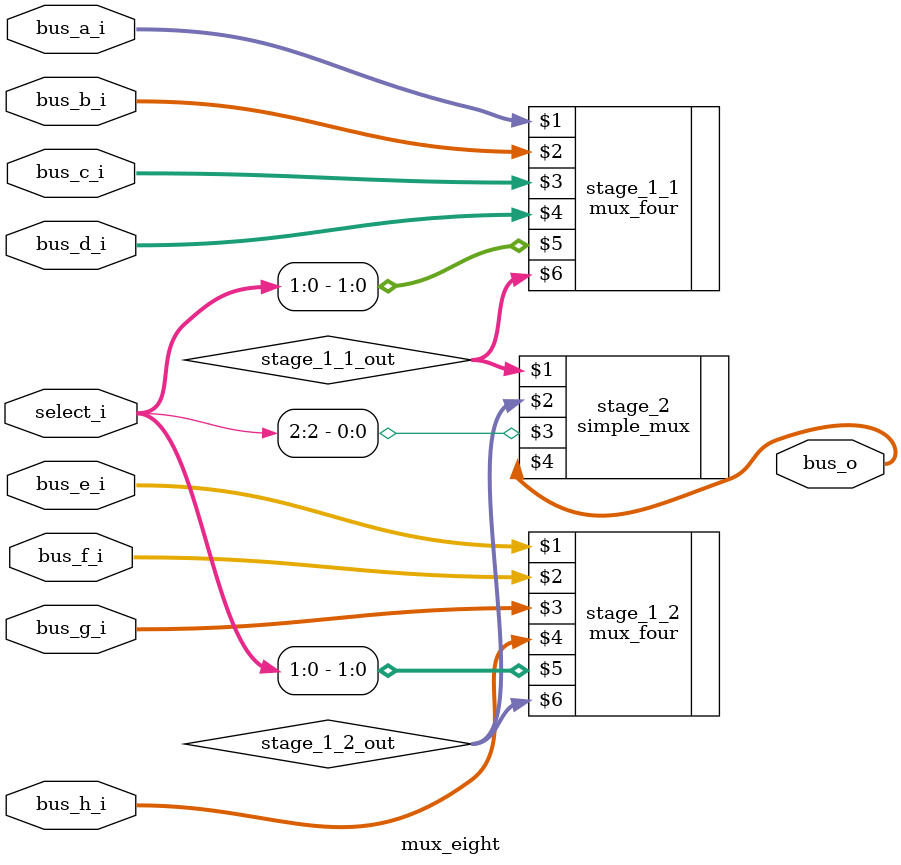
<source format=sv>
module mux_eight #(bits = 2)
	(input logic[bits-1:0] bus_a_i, bus_b_i, bus_c_i, bus_d_i, 
	                          bus_e_i, bus_f_i, bus_g_i, bus_h_i,
	 input logic[2:0] select_i,
	output logic[bits-1:0] bus_o);
	
	logic[bits-1:0] stage_1_1_out, stage_1_2_out;
	mux_four #(bits) stage_1_1(bus_a_i, bus_b_i, bus_c_i, bus_d_i, select_i[1:0], stage_1_1_out);
	mux_four #(bits) stage_1_2(bus_e_i, bus_f_i, bus_g_i, bus_h_i, select_i[1:0], stage_1_2_out);
	simple_mux #(bits) stage_2(stage_1_1_out, stage_1_2_out, select_i[2], bus_o);
	
endmodule

</source>
